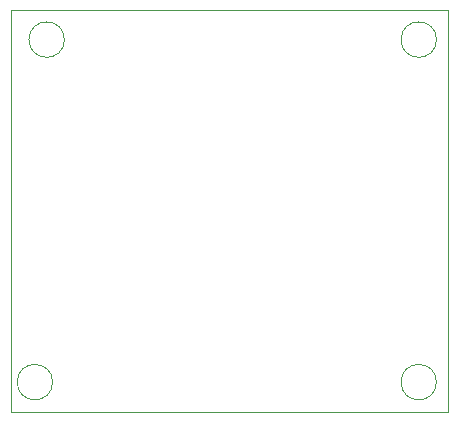
<source format=gbr>
%TF.GenerationSoftware,KiCad,Pcbnew,9.0.5*%
%TF.CreationDate,2025-10-11T14:19:14+05:30*%
%TF.ProjectId,new_project,6e65775f-7072-46f6-9a65-63742e6b6963,rev?*%
%TF.SameCoordinates,Original*%
%TF.FileFunction,Profile,NP*%
%FSLAX46Y46*%
G04 Gerber Fmt 4.6, Leading zero omitted, Abs format (unit mm)*
G04 Created by KiCad (PCBNEW 9.0.5) date 2025-10-11 14:19:14*
%MOMM*%
%LPD*%
G01*
G04 APERTURE LIST*
%TA.AperFunction,Profile*%
%ADD10C,0.050000*%
%TD*%
G04 APERTURE END LIST*
D10*
X105000000Y-98000000D02*
G75*
G02*
X102000000Y-98000000I-1500000J0D01*
G01*
X102000000Y-98000000D02*
G75*
G02*
X105000000Y-98000000I1500000J0D01*
G01*
X106000000Y-69000000D02*
G75*
G02*
X103000000Y-69000000I-1500000J0D01*
G01*
X103000000Y-69000000D02*
G75*
G02*
X106000000Y-69000000I1500000J0D01*
G01*
X137500000Y-98000000D02*
G75*
G02*
X134500000Y-98000000I-1500000J0D01*
G01*
X134500000Y-98000000D02*
G75*
G02*
X137500000Y-98000000I1500000J0D01*
G01*
X137500000Y-69000000D02*
G75*
G02*
X134500000Y-69000000I-1500000J0D01*
G01*
X134500000Y-69000000D02*
G75*
G02*
X137500000Y-69000000I1500000J0D01*
G01*
X101500000Y-66500000D02*
X138500000Y-66500000D01*
X138500000Y-100500000D01*
X101500000Y-100500000D01*
X101500000Y-66500000D01*
M02*

</source>
